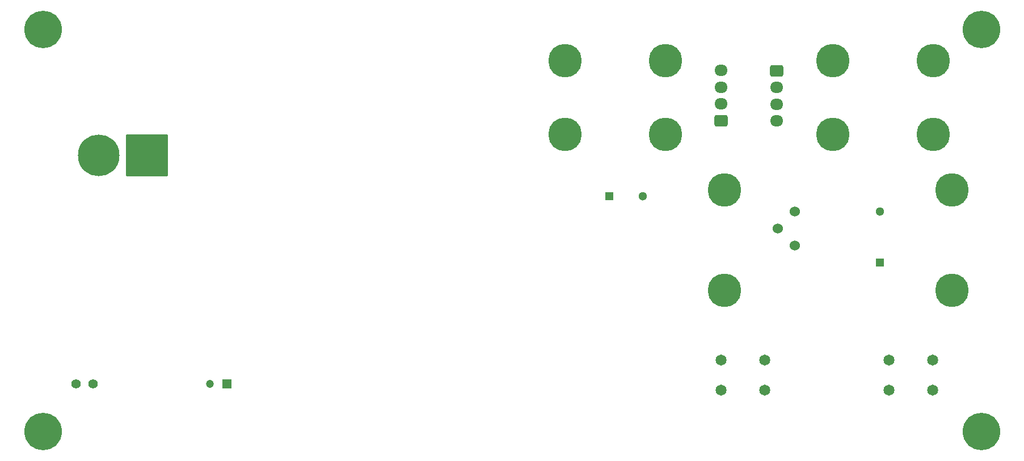
<source format=gbr>
%TF.GenerationSoftware,KiCad,Pcbnew,7.0.10*%
%TF.CreationDate,2024-04-05T03:10:35+02:00*%
%TF.ProjectId,Projet_PAZ,50726f6a-6574-45f5-9041-5a2e6b696361,rev?*%
%TF.SameCoordinates,Original*%
%TF.FileFunction,Soldermask,Bot*%
%TF.FilePolarity,Negative*%
%FSLAX46Y46*%
G04 Gerber Fmt 4.6, Leading zero omitted, Abs format (unit mm)*
G04 Created by KiCad (PCBNEW 7.0.10) date 2024-04-05 03:10:35*
%MOMM*%
%LPD*%
G01*
G04 APERTURE LIST*
G04 Aperture macros list*
%AMRoundRect*
0 Rectangle with rounded corners*
0 $1 Rounding radius*
0 $2 $3 $4 $5 $6 $7 $8 $9 X,Y pos of 4 corners*
0 Add a 4 corners polygon primitive as box body*
4,1,4,$2,$3,$4,$5,$6,$7,$8,$9,$2,$3,0*
0 Add four circle primitives for the rounded corners*
1,1,$1+$1,$2,$3*
1,1,$1+$1,$4,$5*
1,1,$1+$1,$6,$7*
1,1,$1+$1,$8,$9*
0 Add four rect primitives between the rounded corners*
20,1,$1+$1,$2,$3,$4,$5,0*
20,1,$1+$1,$4,$5,$6,$7,0*
20,1,$1+$1,$6,$7,$8,$9,0*
20,1,$1+$1,$8,$9,$2,$3,0*%
G04 Aperture macros list end*
%ADD10C,5.000000*%
%ADD11C,1.200000*%
%ADD12R,1.365000X1.365000*%
%ADD13C,1.524800*%
%ADD14R,1.300000X1.300000*%
%ADD15C,1.300000*%
%ADD16C,5.600000*%
%ADD17C,1.650000*%
%ADD18O,1.950000X1.700000*%
%ADD19RoundRect,0.250000X0.725000X-0.600000X0.725000X0.600000X-0.725000X0.600000X-0.725000X-0.600000X0*%
%ADD20RoundRect,0.250000X-0.725000X0.600000X-0.725000X-0.600000X0.725000X-0.600000X0.725000X0.600000X0*%
%ADD21C,1.416000*%
%ADD22RoundRect,0.102000X3.000000X3.000000X-3.000000X3.000000X-3.000000X-3.000000X3.000000X-3.000000X0*%
%ADD23C,6.204000*%
G04 APERTURE END LIST*
D10*
%TO.C,H18*%
X225570000Y-105000000D03*
%TD*%
%TO.C,H17*%
X225570000Y-90000000D03*
%TD*%
%TO.C,H16*%
X191570000Y-90000000D03*
%TD*%
%TO.C,H15*%
X191570000Y-105000000D03*
%TD*%
%TO.C,H14*%
X222770000Y-81755000D03*
%TD*%
%TO.C,H13*%
X222770000Y-70755000D03*
%TD*%
%TO.C,H12*%
X207770000Y-81755000D03*
%TD*%
%TO.C,H11*%
X207770000Y-70755000D03*
%TD*%
%TO.C,H6*%
X182770000Y-81755000D03*
%TD*%
%TO.C,H4*%
X182770000Y-70755000D03*
%TD*%
%TO.C,H3*%
X167770000Y-81755000D03*
%TD*%
%TO.C,H1*%
X167770000Y-70755000D03*
%TD*%
D11*
%TO.C,Q1*%
X114820000Y-118975000D03*
D12*
X117360000Y-118975000D03*
%TD*%
D13*
%TO.C,Q3*%
X202050000Y-93270000D03*
X199510000Y-95810000D03*
X202050000Y-98350000D03*
%TD*%
D14*
%TO.C,LS2*%
X214750000Y-100890000D03*
D15*
X214750000Y-93290000D03*
%TD*%
D16*
%TO.C,H9*%
X89910000Y-126065000D03*
%TD*%
D17*
%TO.C,S3*%
X197620000Y-119895000D03*
X191120000Y-119895000D03*
X197620000Y-115395000D03*
X191120000Y-115395000D03*
%TD*%
D18*
%TO.C,U5*%
X191055000Y-72205000D03*
X191055000Y-74705000D03*
X191055000Y-77205000D03*
D19*
X191055000Y-79705000D03*
%TD*%
D20*
%TO.C,U4*%
X199395000Y-72220000D03*
D18*
X199395000Y-74720000D03*
X199395000Y-77220000D03*
X199395000Y-79720000D03*
%TD*%
D17*
%TO.C,S5*%
X216120000Y-115395000D03*
X222620000Y-115395000D03*
X216120000Y-119895000D03*
X222620000Y-119895000D03*
%TD*%
D15*
%TO.C,RT1*%
X179360000Y-90975000D03*
D14*
X174360000Y-90975000D03*
%TD*%
D21*
%TO.C,LED1*%
X94820000Y-118975000D03*
X97360000Y-118975000D03*
%TD*%
D22*
%TO.C,J3*%
X105425000Y-84840000D03*
D23*
X98225000Y-84840000D03*
%TD*%
D16*
%TO.C,H10*%
X229910000Y-66065000D03*
%TD*%
%TO.C,H5*%
X229910000Y-126065000D03*
%TD*%
%TO.C,H2*%
X89910000Y-66065000D03*
%TD*%
M02*

</source>
